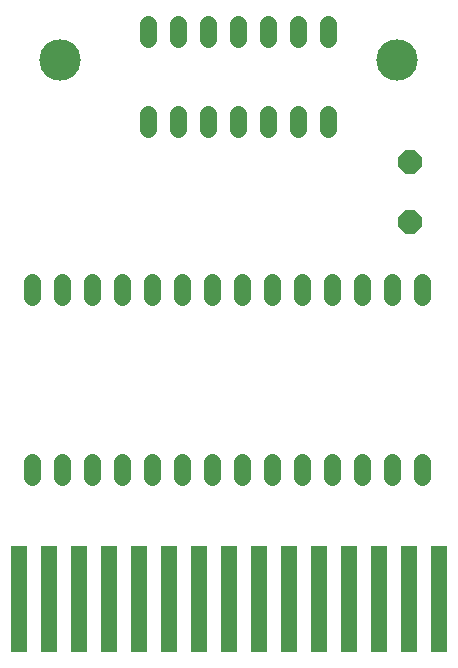
<source format=gts>
G75*
%MOIN*%
%OFA0B0*%
%FSLAX25Y25*%
%IPPOS*%
%LPD*%
%AMOC8*
5,1,8,0,0,1.08239X$1,22.5*
%
%ADD10C,0.13786*%
%ADD11OC8,0.08000*%
%ADD12C,0.05600*%
%ADD13R,0.05400X0.35400*%
D10*
X0235713Y0201959D03*
X0347917Y0201959D03*
D11*
X0352445Y0168100D03*
X0352445Y0148100D03*
D12*
X0356500Y0128063D02*
X0356500Y0122863D01*
X0346500Y0122863D02*
X0346500Y0128063D01*
X0336500Y0128063D02*
X0336500Y0122863D01*
X0326500Y0122863D02*
X0326500Y0128063D01*
X0316500Y0128063D02*
X0316500Y0122863D01*
X0306500Y0122863D02*
X0306500Y0128063D01*
X0296500Y0128063D02*
X0296500Y0122863D01*
X0286500Y0122863D02*
X0286500Y0128063D01*
X0276500Y0128063D02*
X0276500Y0122863D01*
X0266500Y0122863D02*
X0266500Y0128063D01*
X0256500Y0128063D02*
X0256500Y0122863D01*
X0246500Y0122863D02*
X0246500Y0128063D01*
X0236500Y0128063D02*
X0236500Y0122863D01*
X0226500Y0122863D02*
X0226500Y0128063D01*
X0265161Y0178847D02*
X0265161Y0184047D01*
X0275161Y0184047D02*
X0275161Y0178847D01*
X0285161Y0178847D02*
X0285161Y0184047D01*
X0295161Y0184047D02*
X0295161Y0178847D01*
X0305161Y0178847D02*
X0305161Y0184047D01*
X0315161Y0184047D02*
X0315161Y0178847D01*
X0325161Y0178847D02*
X0325161Y0184047D01*
X0325161Y0208847D02*
X0325161Y0214047D01*
X0315161Y0214047D02*
X0315161Y0208847D01*
X0305161Y0208847D02*
X0305161Y0214047D01*
X0295161Y0214047D02*
X0295161Y0208847D01*
X0285161Y0208847D02*
X0285161Y0214047D01*
X0275161Y0214047D02*
X0275161Y0208847D01*
X0265161Y0208847D02*
X0265161Y0214047D01*
X0266500Y0068063D02*
X0266500Y0062863D01*
X0276500Y0062863D02*
X0276500Y0068063D01*
X0286500Y0068063D02*
X0286500Y0062863D01*
X0296500Y0062863D02*
X0296500Y0068063D01*
X0306500Y0068063D02*
X0306500Y0062863D01*
X0316500Y0062863D02*
X0316500Y0068063D01*
X0326500Y0068063D02*
X0326500Y0062863D01*
X0336500Y0062863D02*
X0336500Y0068063D01*
X0346500Y0068063D02*
X0346500Y0062863D01*
X0356500Y0062863D02*
X0356500Y0068063D01*
X0256500Y0068063D02*
X0256500Y0062863D01*
X0246500Y0062863D02*
X0246500Y0068063D01*
X0236500Y0068063D02*
X0236500Y0062863D01*
X0226500Y0062863D02*
X0226500Y0068063D01*
D13*
X0222031Y0022293D03*
X0232031Y0022293D03*
X0242031Y0022293D03*
X0252031Y0022293D03*
X0262031Y0022293D03*
X0272031Y0022293D03*
X0282031Y0022293D03*
X0292031Y0022293D03*
X0302031Y0022293D03*
X0312031Y0022293D03*
X0322031Y0022293D03*
X0332031Y0022293D03*
X0342031Y0022293D03*
X0352031Y0022293D03*
X0362031Y0022293D03*
M02*

</source>
